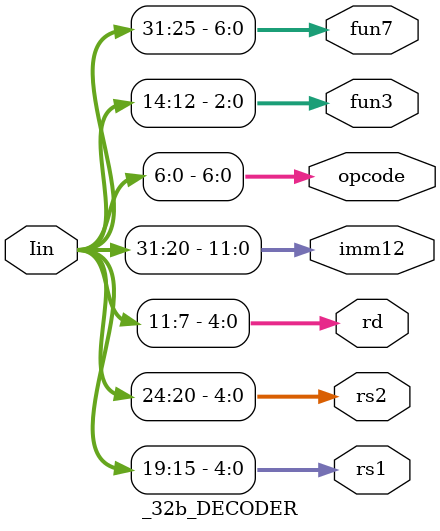
<source format=sv>
`timescale 1ns / 1ps


module _32b_DECODER( 
  input logic [31:0] Iin,
  output logic [4:0] rs1, rs2, rd,
  output logic [11:0] imm12,
  output logic [6:0] opcode,
  output logic [2:0] fun3,
  output logic [6:0] fun7
  );

  assign imm12 = Iin[31:20];
  assign opcode = Iin[6:0];
  assign rs1 = Iin[19:15];
  assign rs2 = Iin[24:20];
  assign fun3 = Iin[14:12];
  assign fun7 = Iin[31:25];
  assign rd = Iin[11:7];

endmodule

</source>
